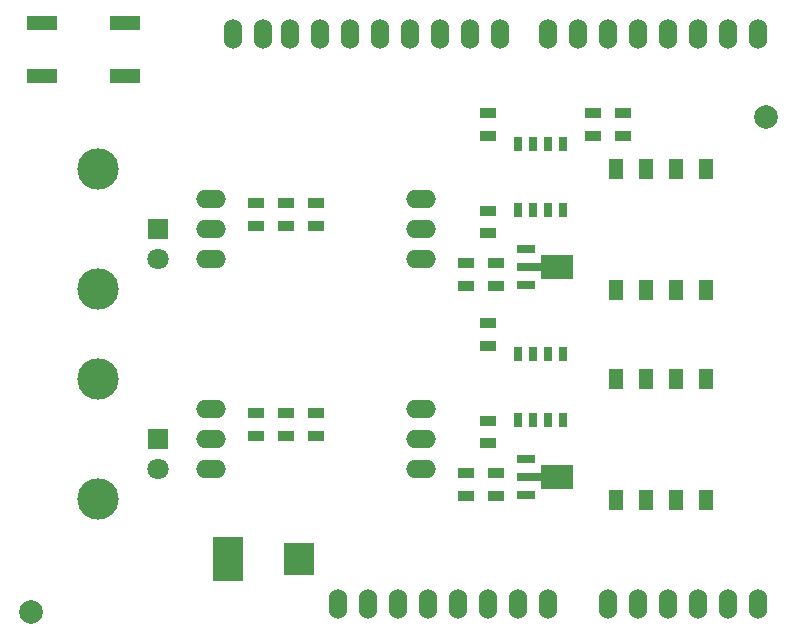
<source format=gts>
G04 #@! TF.FileFunction,Soldermask,Top*
%FSLAX46Y46*%
G04 Gerber Fmt 4.6, Leading zero omitted, Abs format (unit mm)*
G04 Created by KiCad (PCBNEW 4.0.2-stable) date 22/09/2016 21:29:14*
%MOMM*%
G01*
G04 APERTURE LIST*
%ADD10C,0.150000*%
%ADD11C,2.000000*%
%ADD12R,1.397000X0.889000*%
%ADD13R,2.550160X2.700020*%
%ADD14R,2.550160X3.799840*%
%ADD15R,1.200000X1.800000*%
%ADD16C,3.500000*%
%ADD17R,1.800000X1.800000*%
%ADD18C,1.800000*%
%ADD19R,1.600200X0.701040*%
%ADD20R,2.100580X0.701040*%
%ADD21R,2.750820X1.998980*%
%ADD22O,1.524000X2.540000*%
%ADD23R,0.635000X1.270000*%
%ADD24O,2.540000X1.542000*%
%ADD25O,2.540000X1.524000*%
%ADD26R,2.600000X1.300000*%
G04 APERTURE END LIST*
D10*
D11*
X112395000Y-121285000D03*
X174625000Y-79375000D03*
D12*
X131445000Y-86677500D03*
X131445000Y-88582500D03*
X151765000Y-91757500D03*
X151765000Y-93662500D03*
X149225000Y-91757500D03*
X149225000Y-93662500D03*
X151130000Y-87312500D03*
X151130000Y-89217500D03*
X151130000Y-80962500D03*
X151130000Y-79057500D03*
X131445000Y-104457500D03*
X131445000Y-106362500D03*
X151765000Y-109537500D03*
X151765000Y-111442500D03*
X149225000Y-109537500D03*
X149225000Y-111442500D03*
X151130000Y-105092500D03*
X151130000Y-106997500D03*
X151130000Y-98742500D03*
X151130000Y-96837500D03*
D13*
X135079740Y-116840000D03*
D14*
X129080260Y-116840000D03*
D15*
X169545000Y-83800000D03*
X167005000Y-83800000D03*
X164465000Y-83800000D03*
X161925000Y-83800000D03*
X161925000Y-94000000D03*
X164465000Y-94000000D03*
X167005000Y-94000000D03*
X169545000Y-94000000D03*
X169545000Y-101580000D03*
X167005000Y-101580000D03*
X164465000Y-101580000D03*
X161925000Y-101580000D03*
X161925000Y-111780000D03*
X164465000Y-111780000D03*
X167005000Y-111780000D03*
X169545000Y-111780000D03*
D16*
X118110000Y-93980000D03*
X118110000Y-83820000D03*
D17*
X123190000Y-88900000D03*
D18*
X123190000Y-91440000D03*
D16*
X118110000Y-111760000D03*
X118110000Y-101600000D03*
D17*
X123190000Y-106680000D03*
D18*
X123190000Y-109220000D03*
D12*
X133985000Y-86677500D03*
X133985000Y-88582500D03*
X136525000Y-86677500D03*
X136525000Y-88582500D03*
X133985000Y-104457500D03*
X133985000Y-106362500D03*
X136525000Y-104457500D03*
X136525000Y-106362500D03*
X160020000Y-79057500D03*
X160020000Y-80962500D03*
X162560000Y-79057500D03*
X162560000Y-80962500D03*
D19*
X154310080Y-90573860D03*
D20*
X154559000Y-92075000D03*
D19*
X154310080Y-93576140D03*
D21*
X156959300Y-92075000D03*
D19*
X154310080Y-108353860D03*
D20*
X154559000Y-109855000D03*
D19*
X154310080Y-111356140D03*
D21*
X156959300Y-109855000D03*
D22*
X173990000Y-120650000D03*
X171450000Y-120650000D03*
X168910000Y-120650000D03*
X161290000Y-120650000D03*
X163830000Y-120650000D03*
X166370000Y-120650000D03*
X156210000Y-120650000D03*
X153670000Y-120650000D03*
X151130000Y-120650000D03*
X146050000Y-120650000D03*
X143510000Y-120650000D03*
X173990000Y-72390000D03*
X171450000Y-72390000D03*
X168910000Y-72390000D03*
X166370000Y-72390000D03*
X163830000Y-72390000D03*
X161290000Y-72390000D03*
X158750000Y-72390000D03*
X156210000Y-72390000D03*
X152146000Y-72390000D03*
X149606000Y-72390000D03*
X147066000Y-72390000D03*
X144526000Y-72390000D03*
X141986000Y-72390000D03*
X139446000Y-72390000D03*
X136906000Y-72390000D03*
X134366000Y-72390000D03*
X148590000Y-120650000D03*
X140970000Y-120650000D03*
X138430000Y-120650000D03*
X132080000Y-72390000D03*
X129540000Y-72390000D03*
D23*
X153670000Y-87249000D03*
X154940000Y-87249000D03*
X156210000Y-87249000D03*
X157480000Y-87249000D03*
X157480000Y-81661000D03*
X156210000Y-81661000D03*
X154940000Y-81661000D03*
X153670000Y-81661000D03*
X153670000Y-105029000D03*
X154940000Y-105029000D03*
X156210000Y-105029000D03*
X157480000Y-105029000D03*
X157480000Y-99441000D03*
X156210000Y-99441000D03*
X154940000Y-99441000D03*
X153670000Y-99441000D03*
D24*
X145415000Y-86360000D03*
D25*
X145415000Y-88900000D03*
X145415000Y-91440000D03*
X127635000Y-86360000D03*
X127635000Y-88900000D03*
X127635000Y-91440000D03*
D24*
X145415000Y-104140000D03*
D25*
X145415000Y-106680000D03*
X145415000Y-109220000D03*
X127635000Y-104140000D03*
X127635000Y-106680000D03*
X127635000Y-109220000D03*
D26*
X113340000Y-71410000D03*
X120340000Y-71410000D03*
X113340000Y-75910000D03*
X120340000Y-75910000D03*
M02*

</source>
